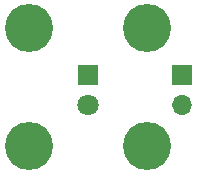
<source format=gbr>
G04 #@! TF.FileFunction,Copper,L1,Top,Signal*
%FSLAX46Y46*%
G04 Gerber Fmt 4.6, Leading zero omitted, Abs format (unit mm)*
G04 Created by KiCad (PCBNEW 4.0.2-stable) date 6/16/2017 10:15:05 AM*
%MOMM*%
G01*
G04 APERTURE LIST*
%ADD10C,0.100000*%
%ADD11R,1.800000X1.800000*%
%ADD12C,1.800000*%
%ADD13R,1.700000X1.700000*%
%ADD14O,1.700000X1.700000*%
%ADD15C,4.064000*%
G04 APERTURE END LIST*
D10*
D11*
X142000000Y-110000000D03*
D12*
X142000000Y-112540000D03*
D13*
X150000000Y-110000000D03*
D14*
X150000000Y-112540000D03*
D15*
X137000000Y-116000000D03*
X137000000Y-106000000D03*
X147000000Y-116000000D03*
X147000000Y-106000000D03*
M02*

</source>
